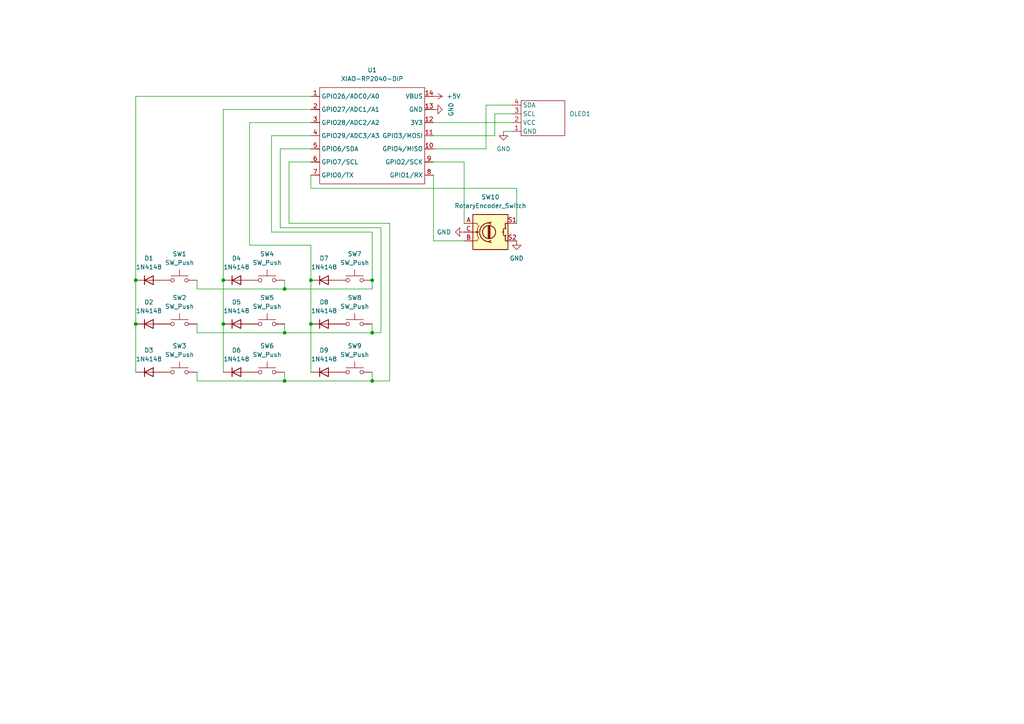
<source format=kicad_sch>
(kicad_sch (version 20250114) (generator "eeschema") (generator_version "9.0")
  (paper "A4")
  (lib_symbols
    (symbol "CustomLib:_1"
      (property "Reference" "OLED" (at 3.81 0 0))
      (symbol "_1_0_1"
        (rectangle (start -3.81 5.08) (end 8.89 -5.08))
      )
      (symbol "_1_1_1"
        (pin bidirectional line (at -6.35 3.81 0) (length 2.54) (name "SDA") (number "4"))
        (pin input line (at -6.35 1.27 0) (length 2.54) (name "SCL") (number "3"))
        (pin power_in line (at -6.35 -1.27 0) (length 2.54) (name "VCC") (number "2"))
        (pin power_in line (at -6.35 -3.81 0) (length 2.54) (name "GND") (number "1"))
      )
    )
    (symbol "Device:RotaryEncoder_Switch" (pin_names (offset 0.254) (hide yes))
      (property "Reference" "SW" (at 0 6.604 0))
      (property "Value" "RotaryEncoder_Switch" (at 0 -6.604 0))
      (symbol "RotaryEncoder_Switch_0_1"
        (rectangle (start -5.08 5.08) (end 5.08 -5.08) (stroke (width 0.254)) (fill (type background)))
        (polyline (pts (xy -5.08 2.54) (xy -3.81 2.54) (xy -3.81 2.032)))
        (polyline (pts (xy -5.08 0) (xy -3.81 0) (xy -3.81 -1.016) (xy -3.302 -2.032)))
        (polyline (pts (xy -5.08 -2.54) (xy -3.81 -2.54) (xy -3.81 -2.032)))
        (polyline (pts (xy -4.318 0) (xy -3.81 0) (xy -3.81 1.016) (xy -3.302 2.032)))
        (circle (center -3.81 0) (radius 0.254) (fill (type outline)))
        (polyline (pts (xy -0.635 -1.778) (xy -0.635 1.778)) (stroke (width 0.254)))
        (circle (center -0.381 0) (radius 1.905) (stroke (width 0.254)))
        (polyline (pts (xy -0.381 -1.778) (xy -0.381 1.778)) (stroke (width 0.254)))
        (arc (start -0.381 -2.794) (mid -3.0988 -0.0635) (end -0.381 2.667) (stroke (width 0.254)))
        (polyline (pts (xy -0.127 1.778) (xy -0.127 -1.778)) (stroke (width 0.254)))
        (polyline (pts (xy 0.254 2.921) (xy -0.508 2.667) (xy 0.127 2.286)) (stroke (width 0.254)))
        (polyline (pts (xy 0.254 -3.048) (xy -0.508 -2.794) (xy 0.127 -2.413)) (stroke (width 0.254)))
        (polyline (pts (xy 3.81 1.016) (xy 3.81 -1.016)) (stroke (width 0.254)))
        (polyline (pts (xy 3.81 0) (xy 3.429 0)) (stroke (width 0.254)))
        (circle (center 4.318 1.016) (radius 0.127) (stroke (width 0.254)))
        (circle (center 4.318 -1.016) (radius 0.127) (stroke (width 0.254)))
        (polyline (pts (xy 5.08 2.54) (xy 4.318 2.54) (xy 4.318 1.016)) (stroke (width 0.254)))
        (polyline (pts (xy 5.08 -2.54) (xy 4.318 -2.54) (xy 4.318 -1.016)) (stroke (width 0.254)))
      )
      (symbol "RotaryEncoder_Switch_1_1"
        (pin passive line (at -7.62 2.54 0) (length 2.54) (name "A") (number "A"))
        (pin passive line (at -7.62 0 0) (length 2.54) (name "C") (number "C"))
        (pin passive line (at -7.62 -2.54 0) (length 2.54) (name "B") (number "B"))
        (pin passive line (at 7.62 2.54 180) (length 2.54) (name "S1") (number "S1"))
        (pin passive line (at 7.62 -2.54 180) (length 2.54) (name "S2") (number "S2"))
      )
    )
    (symbol "Diode:1N4148" (pin_numbers (hide yes)) (pin_names (hide yes))
      (property "Reference" "D" (at 0 2.54 0))
      (property "Value" "1N4148" (at 0 -2.54 0))
      (symbol "1N4148_0_1"
        (polyline (pts (xy -1.27 1.27) (xy -1.27 -1.27)) (stroke (width 0.254)))
        (polyline (pts (xy 1.27 1.27) (xy 1.27 -1.27) (xy -1.27 0) (xy 1.27 1.27)) (stroke (width 0.254)))
        (polyline (pts (xy 1.27 0) (xy -1.27 0)))
      )
      (symbol "1N4148_1_1"
        (pin passive line (at -3.81 0 0) (length 2.54) (name "K") (number "1"))
        (pin passive line (at 3.81 0 180) (length 2.54) (name "A") (number "2"))
      )
    )
    (symbol "OPL:XIAO-RP2040-DIP"
      (property "Reference" "U" (at 0 0 0))
      (property "Value" "XIAO-RP2040-DIP" (at 5.334 -1.778 0))
      (symbol "XIAO-RP2040-DIP_1_0"
        (polyline (pts (xy -1.27 -2.54) (xy 29.21 -2.54)) (stroke (width 0.1524)))
        (polyline (pts (xy -1.27 -5.08) (xy -2.54 -5.08)) (stroke (width 0.1524)))
        (polyline (pts (xy -1.27 -5.08) (xy -1.27 -2.54)) (stroke (width 0.1524)))
        (polyline (pts (xy -1.27 -8.89) (xy -2.54 -8.89)) (stroke (width 0.1524)))
        (polyline (pts (xy -1.27 -8.89) (xy -1.27 -5.08)) (stroke (width 0.1524)))
        (polyline (pts (xy -1.27 -12.7) (xy -2.54 -12.7)) (stroke (width 0.1524)))
        (polyline (pts (xy -1.27 -12.7) (xy -1.27 -8.89)) (stroke (width 0.1524)))
        (polyline (pts (xy -1.27 -16.51) (xy -2.54 -16.51)) (stroke (width 0.1524)))
        (polyline (pts (xy -1.27 -16.51) (xy -1.27 -12.7)) (stroke (width 0.1524)))
        (polyline (pts (xy -1.27 -20.32) (xy -2.54 -20.32)) (stroke (width 0.1524)))
        (polyline (pts (xy -1.27 -24.13) (xy -2.54 -24.13)) (stroke (width 0.1524)))
        (polyline (pts (xy -1.27 -27.94) (xy -2.54 -27.94)) (stroke (width 0.1524)))
        (polyline (pts (xy -1.27 -30.48) (xy -1.27 -16.51)) (stroke (width 0.1524)))
        (polyline (pts (xy 29.21 -2.54) (xy 29.21 -5.08)) (stroke (width 0.1524)))
        (polyline (pts (xy 29.21 -5.08) (xy 29.21 -8.89)) (stroke (width 0.1524)))
        (polyline (pts (xy 29.21 -8.89) (xy 29.21 -12.7)) (stroke (width 0.1524)))
        (polyline (pts (xy 29.21 -12.7) (xy 29.21 -30.48)) (stroke (width 0.1524)))
        (polyline (pts (xy 29.21 -30.48) (xy -1.27 -30.48)) (stroke (width 0.1524)))
        (polyline (pts (xy 30.48 -5.08) (xy 29.21 -5.08)) (stroke (width 0.1524)))
        (polyline (pts (xy 30.48 -8.89) (xy 29.21 -8.89)) (stroke (width 0.1524)))
        (polyline (pts (xy 30.48 -12.7) (xy 29.21 -12.7)) (stroke (width 0.1524)))
        (polyline (pts (xy 30.48 -16.51) (xy 29.21 -16.51)) (stroke (width 0.1524)))
        (polyline (pts (xy 30.48 -20.32) (xy 29.21 -20.32)) (stroke (width 0.1524)))
        (polyline (pts (xy 30.48 -24.13) (xy 29.21 -24.13)) (stroke (width 0.1524)))
        (polyline (pts (xy 30.48 -27.94) (xy 29.21 -27.94)) (stroke (width 0.1524)))
        (pin passive line (at -3.81 -5.08 0) (length 2.54) (name "GPIO26/ADC0/A0") (number "1"))
        (pin passive line (at -3.81 -8.89 0) (length 2.54) (name "GPIO27/ADC1/A1") (number "2"))
        (pin passive line (at -3.81 -12.7 0) (length 2.54) (name "GPIO28/ADC2/A2") (number "3"))
        (pin passive line (at -3.81 -16.51 0) (length 2.54) (name "GPIO29/ADC3/A3") (number "4"))
        (pin passive line (at -3.81 -20.32 0) (length 2.54) (name "GPIO6/SDA") (number "5"))
        (pin passive line (at -3.81 -24.13 0) (length 2.54) (name "GPIO7/SCL") (number "6"))
        (pin passive line (at -3.81 -27.94 0) (length 2.54) (name "GPIO0/TX") (number "7"))
        (pin passive line (at 31.75 -5.08 180) (length 2.54) (name "VBUS") (number "14"))
        (pin passive line (at 31.75 -8.89 180) (length 2.54) (name "GND") (number "13"))
        (pin passive line (at 31.75 -12.7 180) (length 2.54) (name "3V3") (number "12"))
        (pin passive line (at 31.75 -16.51 180) (length 2.54) (name "GPIO3/MOSI") (number "11"))
        (pin passive line (at 31.75 -20.32 180) (length 2.54) (name "GPIO4/MISO") (number "10"))
        (pin passive line (at 31.75 -24.13 180) (length 2.54) (name "GPIO2/SCK") (number "9"))
        (pin passive line (at 31.75 -27.94 180) (length 2.54) (name "GPIO1/RX") (number "8"))
      )
    )
    (symbol "Switch:SW_Push" (pin_numbers (hide yes)) (pin_names (offset 1.016) (hide yes))
      (property "Reference" "SW" (at 1.27 2.54 0))
      (property "Value" "SW_Push" (at 0 -1.524 0))
      (symbol "SW_Push_0_1"
        (circle (center -2.032 0) (radius 0.508))
        (polyline (pts (xy 0 1.27) (xy 0 3.048)))
        (circle (center 2.032 0) (radius 0.508))
        (polyline (pts (xy 2.54 1.27) (xy -2.54 1.27)))
        (pin passive line (at -5.08 0 0) (length 2.54) (name "1") (number "1"))
        (pin passive line (at 5.08 0 180) (length 2.54) (name "2") (number "2"))
      )
    )
    (symbol "power:+5V" (power) (pin_numbers (hide yes)) (pin_names (offset 0) (hide yes))
      (property "Value" "+5V" (at 0 3.556 0))
      (symbol "+5V_0_1"
        (polyline (pts (xy -0.762 1.27) (xy 0 2.54)))
        (polyline (pts (xy 0 2.54) (xy 0.762 1.27)))
        (polyline (pts (xy 0 0) (xy 0 2.54)))
      )
      (symbol "+5V_1_1"
        (pin power_in line (at 0 0 90) (length 0) (name "~") (number "1"))
      )
    )
    (symbol "power:GND" (power) (pin_numbers (hide yes)) (pin_names (offset 0) (hide yes))
      (property "Value" "GND" (at 0 -3.81 0))
      (symbol "GND_0_1"
        (polyline (pts (xy 0 0) (xy 0 -1.27) (xy 1.27 -1.27) (xy 0 -2.54) (xy -1.27 -1.27) (xy 0 -1.27)))
      )
      (symbol "GND_1_1"
        (pin power_in line (at 0 0 270) (length 0) (name "~") (number "1"))
      )
    )
  )
  (junction (at 90.17 93.98))
  (junction (at 107.95 81.28))
  (junction (at 90.17 81.28))
  (junction (at 107.95 110.49))
  (junction (at 39.37 81.28))
  (junction (at 39.37 93.98))
  (junction (at 82.55 96.52))
  (junction (at 82.55 110.49))
  (junction (at 64.77 93.98))
  (junction (at 82.55 83.82))
  (junction (at 107.95 96.52))
  (junction (at 64.77 81.28))
  (wire (pts (xy 113.03 110.49) (xy 107.95 110.49)))
  (wire (pts (xy 148.59 30.48) (xy 140.97 30.48)))
  (wire (pts (xy 134.62 46.99) (xy 125.73 46.99)))
  (wire (pts (xy 39.37 81.28) (xy 39.37 93.98)))
  (wire (pts (xy 39.37 93.98) (xy 39.37 107.95)))
  (wire (pts (xy 82.55 96.52) (xy 57.15 96.52)))
  (wire (pts (xy 107.95 107.95) (xy 107.95 110.49)))
  (wire (pts (xy 140.97 43.18) (xy 125.73 43.18)))
  (wire (pts (xy 113.03 64.77) (xy 113.03 110.49)))
  (wire (pts (xy 125.73 39.37) (xy 143.51 39.37)))
  (wire (pts (xy 78.74 67.31) (xy 107.95 67.31)))
  (wire (pts (xy 107.95 110.49) (xy 82.55 110.49)))
  (wire (pts (xy 107.95 96.52) (xy 82.55 96.52)))
  (wire (pts (xy 125.73 50.8) (xy 125.73 69.85)))
  (wire (pts (xy 90.17 43.18) (xy 81.28 43.18)))
  (wire (pts (xy 107.95 93.98) (xy 107.95 96.52)))
  (wire (pts (xy 57.15 96.52) (xy 57.15 93.98)))
  (wire (pts (xy 134.62 64.77) (xy 134.62 46.99)))
  (wire (pts (xy 64.77 93.98) (xy 64.77 107.95)))
  (wire (pts (xy 125.73 35.56) (xy 148.59 35.56)))
  (wire (pts (xy 90.17 35.56) (xy 72.39 35.56)))
  (wire (pts (xy 143.51 39.37) (xy 143.51 33.02)))
  (wire (pts (xy 148.59 38.1) (xy 146.05 38.1)))
  (wire (pts (xy 82.55 107.95) (xy 82.55 110.49)))
  (wire (pts (xy 57.15 81.28) (xy 57.15 83.82)))
  (wire (pts (xy 82.55 93.98) (xy 82.55 96.52)))
  (wire (pts (xy 149.86 64.77) (xy 149.86 54.61)))
  (wire (pts (xy 90.17 27.94) (xy 39.37 27.94)))
  (wire (pts (xy 39.37 27.94) (xy 39.37 81.28)))
  (wire (pts (xy 83.82 64.77) (xy 113.03 64.77)))
  (wire (pts (xy 107.95 81.28) (xy 107.95 83.82)))
  (wire (pts (xy 90.17 31.75) (xy 64.77 31.75)))
  (wire (pts (xy 57.15 83.82) (xy 82.55 83.82)))
  (wire (pts (xy 64.77 31.75) (xy 64.77 81.28)))
  (wire (pts (xy 81.28 43.18) (xy 81.28 66.04)))
  (wire (pts (xy 72.39 71.12) (xy 90.17 71.12)))
  (wire (pts (xy 90.17 81.28) (xy 90.17 93.98)))
  (wire (pts (xy 107.95 67.31) (xy 107.95 81.28)))
  (wire (pts (xy 107.95 83.82) (xy 82.55 83.82)))
  (wire (pts (xy 90.17 39.37) (xy 78.74 39.37)))
  (wire (pts (xy 72.39 35.56) (xy 72.39 71.12)))
  (wire (pts (xy 57.15 110.49) (xy 57.15 107.95)))
  (wire (pts (xy 64.77 81.28) (xy 64.77 93.98)))
  (wire (pts (xy 110.49 66.04) (xy 110.49 96.52)))
  (wire (pts (xy 81.28 66.04) (xy 110.49 66.04)))
  (wire (pts (xy 90.17 54.61) (xy 90.17 50.8)))
  (wire (pts (xy 140.97 30.48) (xy 140.97 43.18)))
  (wire (pts (xy 83.82 46.99) (xy 83.82 64.77)))
  (wire (pts (xy 90.17 93.98) (xy 90.17 107.95)))
  (wire (pts (xy 134.62 69.85) (xy 125.73 69.85)))
  (wire (pts (xy 149.86 54.61) (xy 90.17 54.61)))
  (wire (pts (xy 90.17 71.12) (xy 90.17 81.28)))
  (wire (pts (xy 143.51 33.02) (xy 148.59 33.02)))
  (wire (pts (xy 110.49 96.52) (xy 107.95 96.52)))
  (wire (pts (xy 78.74 39.37) (xy 78.74 67.31)))
  (wire (pts (xy 82.55 110.49) (xy 57.15 110.49)))
  (wire (pts (xy 90.17 46.99) (xy 83.82 46.99)))
  (wire (pts (xy 82.55 83.82) (xy 82.55 81.28)))
  (symbol (lib_id "Diode:1N4148") (at 68.58 81.28 0) (unit 1)
    (property "Reference" "D4" (at 68.58 74.93 0))
    (property "Value" "1N4148" (at 68.58 77.47 0))
    (property "Footprint" "Diode_THT:D_DO-35_SOD27_P7.62mm_Horizontal" (effects (hide yes)))
    (property "Datasheet" "https://assets.nexperia.com/documents/data-sheet/1N4148_1N4448.pdf" (effects (hide yes)))
    (property "Description" "100V 0.15A standard switching diode, DO-35" (effects (hide yes)))
    (property "Sim.Device" "D" (effects (hide yes)))
    (property "Sim.Pins" "1=K 2=A" (effects (hide yes)))
  )
  (symbol (lib_id "Switch:SW_Push") (at 102.87 107.95 0) (unit 1)
    (property "Reference" "SW9" (at 102.87 100.33 0))
    (property "Value" "SW_Push" (at 102.87 102.87 0))
    (property "Footprint" "Button_Switch_Keyboard:SW_Cherry_MX_1.00u_PCB" (effects (hide yes)))
    (property "Description" "Push button switch, generic, two pins" (effects (hide yes)))
  )
  (symbol (lib_id "Diode:1N4148") (at 93.98 107.95 0) (unit 1)
    (property "Reference" "D9" (at 93.98 101.6 0))
    (property "Value" "1N4148" (at 93.98 104.14 0))
    (property "Footprint" "Diode_THT:D_DO-35_SOD27_P7.62mm_Horizontal" (effects (hide yes)))
    (property "Datasheet" "https://assets.nexperia.com/documents/data-sheet/1N4148_1N4448.pdf" (effects (hide yes)))
    (property "Description" "100V 0.15A standard switching diode, DO-35" (effects (hide yes)))
    (property "Sim.Device" "D" (effects (hide yes)))
    (property "Sim.Pins" "1=K 2=A" (effects (hide yes)))
  )
  (symbol (lib_id "Diode:1N4148") (at 68.58 107.95 0) (unit 1)
    (property "Reference" "D6" (at 68.58 101.6 0))
    (property "Value" "1N4148" (at 68.58 104.14 0))
    (property "Footprint" "Diode_THT:D_DO-35_SOD27_P7.62mm_Horizontal" (effects (hide yes)))
    (property "Datasheet" "https://assets.nexperia.com/documents/data-sheet/1N4148_1N4448.pdf" (effects (hide yes)))
    (property "Description" "100V 0.15A standard switching diode, DO-35" (effects (hide yes)))
    (property "Sim.Device" "D" (effects (hide yes)))
    (property "Sim.Pins" "1=K 2=A" (effects (hide yes)))
  )
  (symbol (lib_id "power:+5V") (at 125.73 27.94 270) (unit 1)
    (property "Reference" "#PWR04" (effects (hide yes)))
    (property "Value" "+5V" (at 129.54 27.9399 90) (effects (justify left)))
    (property "Description" "Power symbol creates a global label with name \"+5V\"" (effects (hide yes)))
  )
  (symbol (lib_id "power:GND") (at 125.73 31.75 90) (unit 1)
    (property "Reference" "#PWR03" (effects (hide yes)))
    (property "Value" "GND" (at 130.81 31.75 0))
    (property "Description" "Power symbol creates a global label with name \"GND\" , ground" (effects (hide yes)))
  )
  (symbol (lib_id "Diode:1N4148") (at 68.58 93.98 0) (unit 1)
    (property "Reference" "D5" (at 68.58 87.63 0))
    (property "Value" "1N4148" (at 68.58 90.17 0))
    (property "Footprint" "Diode_THT:D_DO-35_SOD27_P7.62mm_Horizontal" (effects (hide yes)))
    (property "Datasheet" "https://assets.nexperia.com/documents/data-sheet/1N4148_1N4448.pdf" (effects (hide yes)))
    (property "Description" "100V 0.15A standard switching diode, DO-35" (effects (hide yes)))
    (property "Sim.Device" "D" (effects (hide yes)))
    (property "Sim.Pins" "1=K 2=A" (effects (hide yes)))
  )
  (symbol (lib_id "Switch:SW_Push") (at 102.87 93.98 0) (unit 1)
    (property "Reference" "SW8" (at 102.87 86.36 0))
    (property "Value" "SW_Push" (at 102.87 88.9 0))
    (property "Footprint" "Button_Switch_Keyboard:SW_Cherry_MX_1.00u_PCB" (effects (hide yes)))
    (property "Description" "Push button switch, generic, two pins" (effects (hide yes)))
  )
  (symbol (lib_id "Diode:1N4148") (at 93.98 81.28 0) (unit 1)
    (property "Reference" "D7" (at 93.98 74.93 0))
    (property "Value" "1N4148" (at 93.98 77.47 0))
    (property "Footprint" "Diode_THT:D_DO-35_SOD27_P7.62mm_Horizontal" (effects (hide yes)))
    (property "Datasheet" "https://assets.nexperia.com/documents/data-sheet/1N4148_1N4448.pdf" (effects (hide yes)))
    (property "Description" "100V 0.15A standard switching diode, DO-35" (effects (hide yes)))
    (property "Sim.Device" "D" (effects (hide yes)))
    (property "Sim.Pins" "1=K 2=A" (effects (hide yes)))
  )
  (symbol (lib_id "CustomLib:_1") (at 154.94 34.29 0) (unit 1)
    (property "Reference" "OLED1" (at 165.1 33.0199 0) (effects (justify left)))
    (property "Footprint" "OLED:SSD1306-0.91-OLED-4pin-128x32" (effects (hide yes)))
  )
  (symbol (lib_id "OPL:XIAO-RP2040-DIP") (at 93.98 22.86 0) (unit 1)
    (property "Reference" "U1" (at 107.95 20.32 0))
    (property "Value" "XIAO-RP2040-DIP" (at 107.95 22.86 0))
    (property "Footprint" "OPL:XIAO-RP2040-DIP" (effects (hide yes)))
  )
  (symbol (lib_id "Diode:1N4148") (at 43.18 81.28 0) (unit 1)
    (property "Reference" "D1" (at 43.18 74.93 0))
    (property "Value" "1N4148" (at 43.18 77.47 0))
    (property "Footprint" "Diode_THT:D_DO-35_SOD27_P7.62mm_Horizontal" (effects (hide yes)))
    (property "Datasheet" "https://assets.nexperia.com/documents/data-sheet/1N4148_1N4448.pdf" (effects (hide yes)))
    (property "Description" "100V 0.15A standard switching diode, DO-35" (effects (hide yes)))
    (property "Sim.Device" "D" (effects (hide yes)))
    (property "Sim.Pins" "1=K 2=A" (effects (hide yes)))
  )
  (symbol (lib_id "Switch:SW_Push") (at 77.47 93.98 0) (unit 1)
    (property "Reference" "SW5" (at 77.47 86.36 0))
    (property "Value" "SW_Push" (at 77.47 88.9 0))
    (property "Footprint" "Button_Switch_Keyboard:SW_Cherry_MX_1.00u_PCB" (effects (hide yes)))
    (property "Description" "Push button switch, generic, two pins" (effects (hide yes)))
  )
  (symbol (lib_id "power:GND") (at 146.05 38.1 0) (unit 1)
    (property "Reference" "#PWR05" (effects (hide yes)))
    (property "Value" "GND" (at 146.05 43.18 0))
    (property "Description" "Power symbol creates a global label with name \"GND\" , ground" (effects (hide yes)))
  )
  (symbol (lib_id "Switch:SW_Push") (at 52.07 93.98 0) (unit 1)
    (property "Reference" "SW2" (at 52.07 86.36 0))
    (property "Value" "SW_Push" (at 52.07 88.9 0))
    (property "Footprint" "Button_Switch_Keyboard:SW_Cherry_MX_1.00u_PCB" (effects (hide yes)))
    (property "Description" "Push button switch, generic, two pins" (effects (hide yes)))
  )
  (symbol (lib_id "power:GND") (at 134.62 67.31 270) (unit 1)
    (property "Reference" "#PWR01" (effects (hide yes)))
    (property "Value" "GND" (at 130.81 67.3099 90) (effects (justify right)))
    (property "Description" "Power symbol creates a global label with name \"GND\" , ground" (effects (hide yes)))
  )
  (symbol (lib_id "Switch:SW_Push") (at 77.47 81.28 0) (unit 1)
    (property "Reference" "SW4" (at 77.47 73.66 0))
    (property "Value" "SW_Push" (at 77.47 76.2 0))
    (property "Footprint" "Button_Switch_Keyboard:SW_Cherry_MX_1.00u_PCB" (effects (hide yes)))
    (property "Description" "Push button switch, generic, two pins" (effects (hide yes)))
  )
  (symbol (lib_id "Switch:SW_Push") (at 52.07 81.28 0) (unit 1)
    (property "Reference" "SW1" (at 52.07 73.66 0))
    (property "Value" "SW_Push" (at 52.07 76.2 0))
    (property "Footprint" "Button_Switch_Keyboard:SW_Cherry_MX_1.00u_PCB" (effects (hide yes)))
    (property "Description" "Push button switch, generic, two pins" (effects (hide yes)))
  )
  (symbol (lib_id "Diode:1N4148") (at 93.98 93.98 0) (unit 1)
    (property "Reference" "D8" (at 93.98 87.63 0))
    (property "Value" "1N4148" (at 93.98 90.17 0))
    (property "Footprint" "Diode_THT:D_DO-35_SOD27_P7.62mm_Horizontal" (effects (hide yes)))
    (property "Datasheet" "https://assets.nexperia.com/documents/data-sheet/1N4148_1N4448.pdf" (effects (hide yes)))
    (property "Description" "100V 0.15A standard switching diode, DO-35" (effects (hide yes)))
    (property "Sim.Device" "D" (effects (hide yes)))
    (property "Sim.Pins" "1=K 2=A" (effects (hide yes)))
  )
  (symbol (lib_id "Diode:1N4148") (at 43.18 93.98 0) (unit 1)
    (property "Reference" "D2" (at 43.18 87.63 0))
    (property "Value" "1N4148" (at 43.18 90.17 0))
    (property "Footprint" "Diode_THT:D_DO-35_SOD27_P7.62mm_Horizontal" (effects (hide yes)))
    (property "Datasheet" "https://assets.nexperia.com/documents/data-sheet/1N4148_1N4448.pdf" (effects (hide yes)))
    (property "Description" "100V 0.15A standard switching diode, DO-35" (effects (hide yes)))
    (property "Sim.Device" "D" (effects (hide yes)))
    (property "Sim.Pins" "1=K 2=A" (effects (hide yes)))
  )
  (symbol (lib_id "Diode:1N4148") (at 43.18 107.95 0) (unit 1)
    (property "Reference" "D3" (at 43.18 101.6 0))
    (property "Value" "1N4148" (at 43.18 104.14 0))
    (property "Footprint" "Diode_THT:D_DO-35_SOD27_P7.62mm_Horizontal" (effects (hide yes)))
    (property "Datasheet" "https://assets.nexperia.com/documents/data-sheet/1N4148_1N4448.pdf" (effects (hide yes)))
    (property "Description" "100V 0.15A standard switching diode, DO-35" (effects (hide yes)))
    (property "Sim.Device" "D" (effects (hide yes)))
    (property "Sim.Pins" "1=K 2=A" (effects (hide yes)))
  )
  (symbol (lib_id "Device:RotaryEncoder_Switch") (at 142.24 67.31 0) (unit 1)
    (property "Reference" "SW10" (at 142.24 57.15 0))
    (property "Value" "RotaryEncoder_Switch" (at 142.24 59.69 0))
    (property "Footprint" "Rotary_Encoder:RotaryEncoder_Alps_EC11E-Switch_Vertical_H20mm" (effects (hide yes)))
    (property "Description" "Rotary encoder, dual channel, incremental quadrate outputs, with switch" (effects (hide yes)))
  )
  (symbol (lib_id "Switch:SW_Push") (at 102.87 81.28 0) (unit 1)
    (property "Reference" "SW7" (at 102.87 73.66 0))
    (property "Value" "SW_Push" (at 102.87 76.2 0))
    (property "Footprint" "Button_Switch_Keyboard:SW_Cherry_MX_1.00u_PCB" (effects (hide yes)))
    (property "Description" "Push button switch, generic, two pins" (effects (hide yes)))
  )
  (symbol (lib_id "Switch:SW_Push") (at 77.47 107.95 0) (unit 1)
    (property "Reference" "SW6" (at 77.47 100.33 0))
    (property "Value" "SW_Push" (at 77.47 102.87 0))
    (property "Footprint" "Button_Switch_Keyboard:SW_Cherry_MX_1.00u_PCB" (effects (hide yes)))
    (property "Description" "Push button switch, generic, two pins" (effects (hide yes)))
  )
  (symbol (lib_id "power:GND") (at 149.86 69.85 0) (unit 1)
    (property "Reference" "#PWR02" (effects (hide yes)))
    (property "Value" "GND" (at 149.86 74.93 0))
    (property "Description" "Power symbol creates a global label with name \"GND\" , ground" (effects (hide yes)))
  )
  (symbol (lib_id "Switch:SW_Push") (at 52.07 107.95 0) (unit 1)
    (property "Reference" "SW3" (at 52.07 100.33 0))
    (property "Value" "SW_Push" (at 52.07 102.87 0))
    (property "Footprint" "Button_Switch_Keyboard:SW_Cherry_MX_1.00u_PCB" (effects (hide yes)))
    (property "Description" "Push button switch, generic, two pins" (effects (hide yes)))
  )
)
</source>
